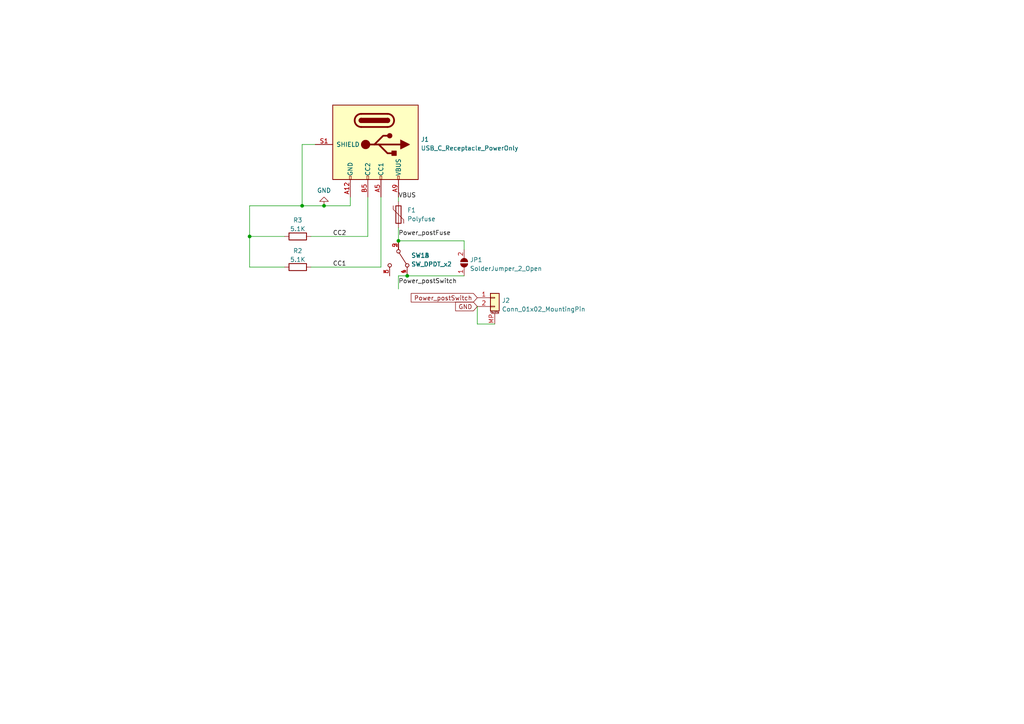
<source format=kicad_sch>
(kicad_sch (version 20230121) (generator eeschema)
  (paper "A4")
  (lib_symbols
    (symbol "Connector_Generic_MountingPin:Conn_01x02_MountingPin" (pin_names (offset 1.016) hide)
      (property "Reference" "J" (at 0 2.54 0))
      (property "Value" "Conn_01x02_MountingPin" (at 1.27 -5.08 0))
      (symbol "Conn_01x02_MountingPin_1_1"
        (rectangle (start -1.27 -2.413) (end 0 -2.667) (stroke (width 0.1524)))
        (rectangle (start -1.27 0.127) (end 0 -0.127) (stroke (width 0.1524)))
        (rectangle (start -1.27 1.27) (end 1.27 -3.81) (stroke (width 0.254)) (fill (type background)))
        (polyline (pts (xy -1.016 -4.572) (xy 1.016 -4.572)) (stroke (width 0.1524)))
        (text "Mounting" (at 0 -4.191 0) (effects (font (size 0.381 0.381))))
        (pin passive line (at -5.08 0 0) (length 3.81) (name "Pin_1") (number "1"))
        (pin passive line (at -5.08 -2.54 0) (length 3.81) (name "Pin_2") (number "2"))
        (pin passive line (at 0 -7.62 90) (length 3.048) (name "MountPin") (number "MP"))
      )
    )
    (symbol "Device:Polyfuse" (pin_numbers hide) (pin_names (offset 0))
      (property "Reference" "F" (at -2.54 0 90))
      (property "Value" "Polyfuse" (at 2.54 0 90))
      (symbol "Polyfuse_0_1"
        (rectangle (start -0.762 2.54) (end 0.762 -2.54) (stroke (width 0.254)))
        (polyline (pts (xy 0 2.54) (xy 0 -2.54)))
        (polyline (pts (xy -1.524 2.54) (xy -1.524 1.524) (xy 1.524 -1.524) (xy 1.524 -2.54)))
      )
      (symbol "Polyfuse_1_1"
        (pin passive line (at 0 3.81 270) (length 1.27) (name "~") (number "1"))
        (pin passive line (at 0 -3.81 90) (length 1.27) (name "~") (number "2"))
      )
    )
    (symbol "Device:R" (pin_numbers hide) (pin_names (offset 0))
      (property "Reference" "R" (at 2.032 0 90))
      (property "Value" "R" (at 0 0 90))
      (symbol "R_0_1"
        (rectangle (start -1.016 -2.54) (end 1.016 2.54) (stroke (width 0.254)))
      )
      (symbol "R_1_1"
        (pin passive line (at 0 3.81 270) (length 1.27) (name "~") (number "1"))
        (pin passive line (at 0 -3.81 90) (length 1.27) (name "~") (number "2"))
      )
    )
    (symbol "Jumper:SolderJumper_2_Open" (pin_names (offset 0) hide)
      (property "Reference" "JP" (at 0 2.032 0))
      (property "Value" "SolderJumper_2_Open" (at 0 -2.54 0))
      (symbol "SolderJumper_2_Open_0_1"
        (arc (start -0.254 1.016) (mid -1.2656 0) (end -0.254 -1.016))
        (arc (start -0.254 1.016) (mid -1.2656 0) (end -0.254 -1.016) (fill (type outline)))
        (polyline (pts (xy -0.254 1.016) (xy -0.254 -1.016)))
        (polyline (pts (xy 0.254 1.016) (xy 0.254 -1.016)))
        (arc (start 0.254 -1.016) (mid 1.2656 0) (end 0.254 1.016))
        (arc (start 0.254 -1.016) (mid 1.2656 0) (end 0.254 1.016) (fill (type outline)))
      )
      (symbol "SolderJumper_2_Open_1_1"
        (pin passive line (at -3.81 0 0) (length 2.54) (name "A") (number "1"))
        (pin passive line (at 3.81 0 180) (length 2.54) (name "B") (number "2"))
      )
    )
    (symbol "Switch:SW_DPDT_x2" (pin_names (offset 0) hide)
      (property "Reference" "SW" (at 0 4.318 0))
      (property "Value" "SW_DPDT_x2" (at 0 -5.08 0))
      (symbol "SW_DPDT_x2_0_0"
        (circle (center -2.032 0) (radius 0.508))
        (circle (center 2.032 -2.54) (radius 0.508))
      )
      (symbol "SW_DPDT_x2_0_1"
        (polyline (pts (xy -1.524 0.254) (xy 1.651 2.286)))
        (circle (center 2.032 2.54) (radius 0.508))
      )
      (symbol "SW_DPDT_x2_1_1"
        (pin passive line (at 5.08 2.54 180) (length 2.54) (name "A") (number "1"))
        (pin passive line (at -5.08 0 0) (length 2.54) (name "B") (number "2"))
        (pin passive line (at 5.08 -2.54 180) (length 2.54) (name "C") (number "3"))
      )
      (symbol "SW_DPDT_x2_2_1"
        (pin passive line (at 5.08 2.54 180) (length 2.54) (name "A") (number "4"))
        (pin passive line (at -5.08 0 0) (length 2.54) (name "B") (number "5"))
        (pin passive line (at 5.08 -2.54 180) (length 2.54) (name "C") (number "6"))
      )
    )
    (symbol "power:GND" (power) (pin_names (offset 0))
      (property "Value" "GND" (at 0 -3.81 0))
      (symbol "GND_0_1"
        (polyline (pts (xy 0 0) (xy 0 -1.27) (xy 1.27 -1.27) (xy 0 -2.54) (xy -1.27 -1.27) (xy 0 -1.27)))
      )
      (symbol "GND_1_1"
        (pin power_in line (at 0 0 270) (length 0) hide (name "GND") (number "1"))
      )
    )
    (symbol "sensorstrip:USB_C_Receptacle_PowerOnly" (pin_names (offset 1.016))
      (property "Reference" "J" (at -13.335 15.875 0))
      (property "Value" "USB_C_Receptacle_PowerOnly" (at 13.97 19.685 0))
      (symbol "USB_C_Receptacle_PowerOnly_0_0"
        (rectangle (start 9.1111 2.7932) (end 10.1271 2.2852))
        (rectangle (start 9.1268 6.5868) (end 10.1428 6.0788))
        (rectangle (start 9.144 11.684) (end 10.16 11.176))
        (rectangle (start 9.1479 -2.282) (end 10.1639 -2.79))
      )
      (symbol "USB_C_Receptacle_PowerOnly_0_1"
        (rectangle (start -11.43 17.145) (end 10.16 -7.62) (stroke (width 0.254)) (fill (type background)))
        (arc (start -8.89 0.635) (mid -6.985 -1.2617) (end -5.08 0.635) (stroke (width 0.508)))
        (arc (start -7.62 0.635) (mid -6.985 0.0027) (end -6.35 0.635) (stroke (width 0.254)))
        (arc (start -7.62 0.635) (mid -6.985 0.0027) (end -6.35 0.635) (stroke (width 0.254)) (fill (type outline)))
        (rectangle (start -7.62 0.635) (end -6.35 8.255) (stroke (width 0.254)) (fill (type outline)))
        (arc (start -6.35 8.255) (mid -6.985 8.8873) (end -7.62 8.255) (stroke (width 0.254)))
        (arc (start -6.35 8.255) (mid -6.985 8.8873) (end -7.62 8.255) (stroke (width 0.254)) (fill (type outline)))
        (arc (start -5.08 8.255) (mid -6.985 10.1517) (end -8.89 8.255) (stroke (width 0.508)))
        (circle (center -2.54 8.89) (radius 0.635) (stroke (width 0.254)) (fill (type outline)))
        (polyline (pts (xy -8.89 0.635) (xy -8.89 8.255)) (stroke (width 0.508)))
        (polyline (pts (xy -5.08 8.255) (xy -5.08 0.635)) (stroke (width 0.508)))
        (polyline (pts (xy 0 1.905) (xy 0 12.065)) (stroke (width 0.508)))
        (polyline (pts (xy 0 4.445) (xy -2.54 6.985) (xy -2.54 8.255)) (stroke (width 0.508)))
        (polyline (pts (xy 0 5.715) (xy 2.54 8.255) (xy 2.54 9.525)) (stroke (width 0.508)))
        (polyline (pts (xy -1.27 12.065) (xy 0 14.605) (xy 1.27 12.065) (xy -1.27 12.065)) (stroke (width 0.254)) (fill (type outline)))
        (circle (center 0 1.905) (radius 1.27) (fill (type outline)))
        (rectangle (start 1.905 9.525) (end 3.175 10.795) (stroke (width 0.254)) (fill (type outline)))
      )
      (symbol "USB_C_Receptacle_PowerOnly_1_1"
        (pin power_out line (at 15.24 -2.54 180) (length 5.08) (name "GND") (number "A12"))
        (pin bidirectional line (at 15.24 6.35 180) (length 5.08) (name "CC1") (number "A5"))
        (pin power_out line (at 15.24 11.43 180) (length 5.08) (name "VBUS") (number "A9"))
        (pin passive line (at 15.24 -2.54 180) (length 5.08) hide (name "GND") (number "B12"))
        (pin bidirectional line (at 15.24 2.54 180) (length 5.08) (name "CC2") (number "B5"))
        (pin passive line (at 15.24 11.43 180) (length 5.08) hide (name "VBUS") (number "B9"))
        (pin passive line (at 0 -12.7 90) (length 5.08) (name "SHIELD") (number "S1"))
      )
    )
  )
  (junction (at 93.98 59.69))
  (junction (at 72.39 68.58))
  (junction (at 87.63 59.69))
  (junction (at 115.57 69.85))
  (junction (at 118.11 80.01))
  (wire (pts (xy 143.51 93.98) (xy 138.43 93.98)))
  (wire (pts (xy 91.44 41.91) (xy 87.63 41.91)))
  (wire (pts (xy 72.39 77.47) (xy 72.39 68.58)))
  (wire (pts (xy 72.39 68.58) (xy 72.39 59.69)))
  (wire (pts (xy 101.6 59.69) (xy 101.6 57.15)))
  (wire (pts (xy 115.57 57.15) (xy 115.57 58.42)))
  (wire (pts (xy 87.63 41.91) (xy 87.63 59.69)))
  (wire (pts (xy 110.49 77.47) (xy 90.17 77.47)))
  (wire (pts (xy 106.68 57.15) (xy 106.68 68.58)))
  (wire (pts (xy 93.98 59.69) (xy 101.6 59.69)))
  (wire (pts (xy 72.39 59.69) (xy 87.63 59.69)))
  (wire (pts (xy 115.57 69.85) (xy 134.62 69.85)))
  (wire (pts (xy 134.62 80.01) (xy 118.11 80.01)))
  (wire (pts (xy 110.49 57.15) (xy 110.49 77.47)))
  (wire (pts (xy 87.63 59.69) (xy 93.98 59.69)))
  (wire (pts (xy 106.68 68.58) (xy 90.17 68.58)))
  (wire (pts (xy 134.62 69.85) (xy 134.62 72.39)))
  (wire (pts (xy 118.11 80.01) (xy 115.57 80.01)))
  (wire (pts (xy 138.43 93.98) (xy 138.43 88.9)))
  (wire (pts (xy 82.55 68.58) (xy 72.39 68.58)))
  (wire (pts (xy 115.57 66.04) (xy 115.57 69.85)))
  (wire (pts (xy 82.55 77.47) (xy 72.39 77.47)))
  (wire (pts (xy 115.57 80.01) (xy 115.57 83.82)))
  (label "CC1" (at 96.52 77.47 0))
  (label "VBUS" (at 115.57 57.658 0))
  (label "CC2" (at 96.52 68.58 0))
  (label "Power_postSwitch" (at 115.57 82.55 0))
  (label "Power_postFuse" (at 115.57 68.58 0))
  (global_label "Power_postSwitch" (shape input) (at 138.43 86.36 180) (property "Intersheetrefs" "${INTERSHEET_REFS}" (effects hide)))
  (global_label "GND" (shape input) (at 138.43 88.9 180) (property "Intersheetrefs" "${INTERSHEET_REFS}" (effects hide)))
  (symbol (lib_id "Switch:SW_DPDT_x2") (at 115.57 74.93 270) (unit 1)
    (property "Reference" "SW1" (at 119.253 74.0953 90) (effects (justify left)))
    (property "Value" "SW_DPDT_x2" (at 119.253 76.6322 90) (effects (justify left)))
    (property "Footprint" "sensorstrip:JS202011SCQN" (effects hide))
  )
  (symbol (lib_id "Connector_Generic_MountingPin:Conn_01x02_MountingPin") (at 143.51 86.36 0) (unit 1)
    (property "Reference" "J2" (at 145.542 87.1509 0) (effects (justify left)))
    (property "Value" "Conn_01x02_MountingPin" (at 145.542 89.6878 0) (effects (justify left)))
    (property "Footprint" "Connector_Molex:Molex_PicoBlade_53261-0271_1x02-1MP_P1.25mm_Horizontal" (effects hide))
  )
  (symbol (lib_id "Device:R") (at 86.36 68.58 90) (unit 1)
    (property "Reference" "R3" (at 86.36 63.8642 90))
    (property "Value" "5.1K" (at 86.36 66.4011 90))
    (property "Footprint" "Resistor_SMD:R_0603_1608Metric_Pad0.98x0.95mm_HandSolder" (effects hide))
  )
  (symbol (lib_id "Device:Polyfuse") (at 115.57 62.23 0) (unit 1)
    (property "Reference" "F1" (at 118.11 60.9599 0) (effects (justify left)))
    (property "Value" "Polyfuse" (at 118.11 63.4999 0) (effects (justify left)))
    (property "Footprint" "Fuse:Fuse_0805_2012Metric_Pad1.15x1.40mm_HandSolder" (effects hide))
  )
  (symbol (lib_id "Jumper:SolderJumper_2_Open") (at 134.62 76.2 90) (unit 1)
    (property "Reference" "JP1" (at 136.271 75.3653 90) (effects (justify right)))
    (property "Value" "SolderJumper_2_Open" (at 136.271 77.9022 90) (effects (justify right)))
    (property "Footprint" "Jumper:SolderJumper-2_P1.3mm_Open_Pad1.0x1.5mm" (effects hide))
  )
  (symbol (lib_id "power:GND") (at 93.98 59.69 180) (unit 1)
    (property "Reference" "#PWR01" (effects hide))
    (property "Value" "GND" (at 93.98 55.2466 0))
  )
  (symbol (lib_id "sensorstrip:USB_C_Receptacle_PowerOnly") (at 104.14 41.91 270) (unit 1)
    (property "Reference" "J1" (at 122.047 40.4403 90) (effects (justify left)))
    (property "Value" "USB_C_Receptacle_PowerOnly" (at 122.047 42.9772 90) (effects (justify left)))
    (property "Footprint" "sensorstrip:DEALON USB Type-C 6Pin" (effects hide))
    (property "Datasheet" "https://www.usb.org/sites/default/files/documents/usb_type-c.zip" (effects hide))
  )
  (symbol (lib_id "Switch:SW_DPDT_x2") (at 115.57 74.93 270) (unit 2)
    (property "Reference" "SW1" (at 119.253 74.0953 90) (effects (justify left)))
    (property "Value" "SW_DPDT_x2" (at 119.253 76.6322 90) (effects (justify left)))
    (property "Footprint" "sensorstrip:JS202011SCQN" (effects hide))
  )
  (symbol (lib_id "Device:R") (at 86.36 77.47 90) (unit 1)
    (property "Reference" "R2" (at 86.36 72.7542 90))
    (property "Value" "5.1K" (at 86.36 75.2911 90))
    (property "Footprint" "Resistor_SMD:R_0603_1608Metric_Pad0.98x0.95mm_HandSolder" (effects hide))
  )
)
</source>
